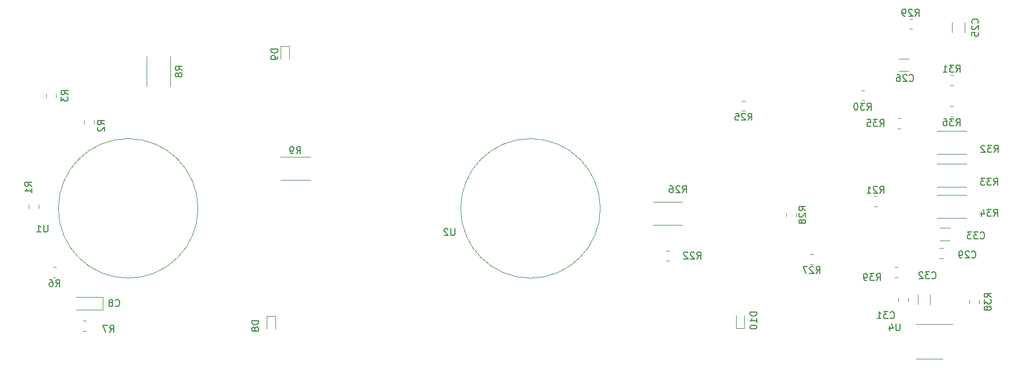
<source format=gbr>
%TF.GenerationSoftware,KiCad,Pcbnew,(5.1.10)-1*%
%TF.CreationDate,2021-11-22T13:13:25+01:00*%
%TF.ProjectId,Amplificatore,416d706c-6966-4696-9361-746f72652e6b,rev?*%
%TF.SameCoordinates,Original*%
%TF.FileFunction,Legend,Bot*%
%TF.FilePolarity,Positive*%
%FSLAX46Y46*%
G04 Gerber Fmt 4.6, Leading zero omitted, Abs format (unit mm)*
G04 Created by KiCad (PCBNEW (5.1.10)-1) date 2021-11-22 13:13:25*
%MOMM*%
%LPD*%
G01*
G04 APERTURE LIST*
%ADD10C,0.120000*%
%ADD11C,0.150000*%
G04 APERTURE END LIST*
D10*
%TO.C,R36*%
X199792936Y-52887000D02*
X200247064Y-52887000D01*
X199792936Y-54357000D02*
X200247064Y-54357000D01*
%TO.C,R31*%
X200247064Y-49785000D02*
X199792936Y-49785000D01*
X200247064Y-48315000D02*
X199792936Y-48315000D01*
%TO.C,R30*%
X186724936Y-50595000D02*
X187179064Y-50595000D01*
X186724936Y-52065000D02*
X187179064Y-52065000D01*
%TO.C,R29*%
X194217064Y-41565000D02*
X193762936Y-41565000D01*
X194217064Y-40095000D02*
X193762936Y-40095000D01*
%TO.C,R28*%
X175755000Y-69057064D02*
X175755000Y-68602936D01*
X177225000Y-69057064D02*
X177225000Y-68602936D01*
%TO.C,R27*%
X179262936Y-74595000D02*
X179717064Y-74595000D01*
X179262936Y-76065000D02*
X179717064Y-76065000D01*
%TO.C,R25*%
X169262936Y-52095000D02*
X169717064Y-52095000D01*
X169262936Y-53565000D02*
X169717064Y-53565000D01*
%TO.C,R21*%
X189071064Y-67565000D02*
X188616936Y-67565000D01*
X189071064Y-66095000D02*
X188616936Y-66095000D01*
%TO.C,R6*%
X68220936Y-76509000D02*
X68675064Y-76509000D01*
X68220936Y-77979000D02*
X68675064Y-77979000D01*
%TO.C,R39*%
X191664936Y-76509000D02*
X192119064Y-76509000D01*
X191664936Y-77979000D02*
X192119064Y-77979000D01*
%TO.C,R35*%
X192068936Y-56135000D02*
X192523064Y-56135000D01*
X192068936Y-54665000D02*
X192523064Y-54665000D01*
%TO.C,R22*%
X158174936Y-75565000D02*
X158629064Y-75565000D01*
X158174936Y-74095000D02*
X158629064Y-74095000D01*
%TO.C,R1*%
X64665000Y-67819064D02*
X64665000Y-67364936D01*
X66135000Y-67819064D02*
X66135000Y-67364936D01*
%TO.C,U2*%
X148479067Y-67880000D02*
G75*
G03*
X148479067Y-67880000I-10239067J0D01*
G01*
%TO.C,U1*%
X89479067Y-67880000D02*
G75*
G03*
X89479067Y-67880000I-10239067J0D01*
G01*
%TO.C,U4*%
X196718000Y-89964000D02*
X194768000Y-89964000D01*
X196718000Y-89964000D02*
X198668000Y-89964000D01*
X196718000Y-84844000D02*
X194768000Y-84844000D01*
X196718000Y-84844000D02*
X200168000Y-84844000D01*
%TO.C,R38*%
X202587000Y-81789064D02*
X202587000Y-81334936D01*
X204057000Y-81789064D02*
X204057000Y-81334936D01*
%TO.C,D10*%
X169590000Y-85480000D02*
X168390000Y-85480000D01*
X169590000Y-83630000D02*
X169590000Y-85480000D01*
X168390000Y-83630000D02*
X168390000Y-85480000D01*
%TO.C,D9*%
X102830000Y-45940000D02*
X102830000Y-44090000D01*
X101630000Y-45940000D02*
X101630000Y-44090000D01*
X101630000Y-44090000D02*
X102830000Y-44090000D01*
%TO.C,D8*%
X99598000Y-83714000D02*
X100798000Y-83714000D01*
X99598000Y-85564000D02*
X99598000Y-83714000D01*
X100798000Y-85564000D02*
X100798000Y-83714000D01*
%TO.C,C33*%
X199715252Y-72566000D02*
X198292748Y-72566000D01*
X199715252Y-70746000D02*
X198292748Y-70746000D01*
%TO.C,C32*%
X195046000Y-82019252D02*
X195046000Y-80596748D01*
X196866000Y-82019252D02*
X196866000Y-80596748D01*
%TO.C,C31*%
X193643000Y-81569252D02*
X193643000Y-81046748D01*
X192173000Y-81569252D02*
X192173000Y-81046748D01*
%TO.C,C29*%
X198757252Y-73715000D02*
X198234748Y-73715000D01*
X198757252Y-75185000D02*
X198234748Y-75185000D01*
%TO.C,C26*%
X192278748Y-45920000D02*
X193701252Y-45920000D01*
X192278748Y-47740000D02*
X193701252Y-47740000D01*
%TO.C,C25*%
X201900000Y-40618748D02*
X201900000Y-42041252D01*
X200080000Y-40618748D02*
X200080000Y-42041252D01*
%TO.C,R34*%
X197842936Y-69302000D02*
X202197064Y-69302000D01*
X197842936Y-65882000D02*
X202197064Y-65882000D01*
%TO.C,R33*%
X197842936Y-64730000D02*
X202197064Y-64730000D01*
X197842936Y-61310000D02*
X202197064Y-61310000D01*
%TO.C,R32*%
X197842936Y-59904000D02*
X202197064Y-59904000D01*
X197842936Y-56484000D02*
X202197064Y-56484000D01*
%TO.C,R26*%
X156186936Y-66898000D02*
X160541064Y-66898000D01*
X156186936Y-70318000D02*
X160541064Y-70318000D01*
%TO.C,R2*%
X72793000Y-55022436D02*
X72793000Y-55476564D01*
X74263000Y-55022436D02*
X74263000Y-55476564D01*
%TO.C,R9*%
X105931064Y-63714000D02*
X101576936Y-63714000D01*
X105931064Y-60294000D02*
X101576936Y-60294000D01*
%TO.C,R8*%
X85398000Y-45602936D02*
X85398000Y-49957064D01*
X81978000Y-45602936D02*
X81978000Y-49957064D01*
%TO.C,R7*%
X73096564Y-84383000D02*
X72642436Y-84383000D01*
X73096564Y-85853000D02*
X72642436Y-85853000D01*
%TO.C,C8*%
X71594000Y-80881000D02*
X75504000Y-80881000D01*
X75504000Y-80881000D02*
X75504000Y-82751000D01*
X75504000Y-82751000D02*
X71594000Y-82751000D01*
%TO.C,R3*%
X67205000Y-51563064D02*
X67205000Y-51108936D01*
X68675000Y-51563064D02*
X68675000Y-51108936D01*
%TO.C,R36*%
D11*
X200662857Y-55724380D02*
X200996190Y-55248190D01*
X201234285Y-55724380D02*
X201234285Y-54724380D01*
X200853333Y-54724380D01*
X200758095Y-54772000D01*
X200710476Y-54819619D01*
X200662857Y-54914857D01*
X200662857Y-55057714D01*
X200710476Y-55152952D01*
X200758095Y-55200571D01*
X200853333Y-55248190D01*
X201234285Y-55248190D01*
X200329523Y-54724380D02*
X199710476Y-54724380D01*
X200043809Y-55105333D01*
X199900952Y-55105333D01*
X199805714Y-55152952D01*
X199758095Y-55200571D01*
X199710476Y-55295809D01*
X199710476Y-55533904D01*
X199758095Y-55629142D01*
X199805714Y-55676761D01*
X199900952Y-55724380D01*
X200186666Y-55724380D01*
X200281904Y-55676761D01*
X200329523Y-55629142D01*
X198853333Y-54724380D02*
X199043809Y-54724380D01*
X199139047Y-54772000D01*
X199186666Y-54819619D01*
X199281904Y-54962476D01*
X199329523Y-55152952D01*
X199329523Y-55533904D01*
X199281904Y-55629142D01*
X199234285Y-55676761D01*
X199139047Y-55724380D01*
X198948571Y-55724380D01*
X198853333Y-55676761D01*
X198805714Y-55629142D01*
X198758095Y-55533904D01*
X198758095Y-55295809D01*
X198805714Y-55200571D01*
X198853333Y-55152952D01*
X198948571Y-55105333D01*
X199139047Y-55105333D01*
X199234285Y-55152952D01*
X199281904Y-55200571D01*
X199329523Y-55295809D01*
%TO.C,R31*%
X200662857Y-47852380D02*
X200996190Y-47376190D01*
X201234285Y-47852380D02*
X201234285Y-46852380D01*
X200853333Y-46852380D01*
X200758095Y-46900000D01*
X200710476Y-46947619D01*
X200662857Y-47042857D01*
X200662857Y-47185714D01*
X200710476Y-47280952D01*
X200758095Y-47328571D01*
X200853333Y-47376190D01*
X201234285Y-47376190D01*
X200329523Y-46852380D02*
X199710476Y-46852380D01*
X200043809Y-47233333D01*
X199900952Y-47233333D01*
X199805714Y-47280952D01*
X199758095Y-47328571D01*
X199710476Y-47423809D01*
X199710476Y-47661904D01*
X199758095Y-47757142D01*
X199805714Y-47804761D01*
X199900952Y-47852380D01*
X200186666Y-47852380D01*
X200281904Y-47804761D01*
X200329523Y-47757142D01*
X198758095Y-47852380D02*
X199329523Y-47852380D01*
X199043809Y-47852380D02*
X199043809Y-46852380D01*
X199139047Y-46995238D01*
X199234285Y-47090476D01*
X199329523Y-47138095D01*
%TO.C,R30*%
X187594857Y-53432380D02*
X187928190Y-52956190D01*
X188166285Y-53432380D02*
X188166285Y-52432380D01*
X187785333Y-52432380D01*
X187690095Y-52480000D01*
X187642476Y-52527619D01*
X187594857Y-52622857D01*
X187594857Y-52765714D01*
X187642476Y-52860952D01*
X187690095Y-52908571D01*
X187785333Y-52956190D01*
X188166285Y-52956190D01*
X187261523Y-52432380D02*
X186642476Y-52432380D01*
X186975809Y-52813333D01*
X186832952Y-52813333D01*
X186737714Y-52860952D01*
X186690095Y-52908571D01*
X186642476Y-53003809D01*
X186642476Y-53241904D01*
X186690095Y-53337142D01*
X186737714Y-53384761D01*
X186832952Y-53432380D01*
X187118666Y-53432380D01*
X187213904Y-53384761D01*
X187261523Y-53337142D01*
X186023428Y-52432380D02*
X185928190Y-52432380D01*
X185832952Y-52480000D01*
X185785333Y-52527619D01*
X185737714Y-52622857D01*
X185690095Y-52813333D01*
X185690095Y-53051428D01*
X185737714Y-53241904D01*
X185785333Y-53337142D01*
X185832952Y-53384761D01*
X185928190Y-53432380D01*
X186023428Y-53432380D01*
X186118666Y-53384761D01*
X186166285Y-53337142D01*
X186213904Y-53241904D01*
X186261523Y-53051428D01*
X186261523Y-52813333D01*
X186213904Y-52622857D01*
X186166285Y-52527619D01*
X186118666Y-52480000D01*
X186023428Y-52432380D01*
%TO.C,R29*%
X194632857Y-39632380D02*
X194966190Y-39156190D01*
X195204285Y-39632380D02*
X195204285Y-38632380D01*
X194823333Y-38632380D01*
X194728095Y-38680000D01*
X194680476Y-38727619D01*
X194632857Y-38822857D01*
X194632857Y-38965714D01*
X194680476Y-39060952D01*
X194728095Y-39108571D01*
X194823333Y-39156190D01*
X195204285Y-39156190D01*
X194251904Y-38727619D02*
X194204285Y-38680000D01*
X194109047Y-38632380D01*
X193870952Y-38632380D01*
X193775714Y-38680000D01*
X193728095Y-38727619D01*
X193680476Y-38822857D01*
X193680476Y-38918095D01*
X193728095Y-39060952D01*
X194299523Y-39632380D01*
X193680476Y-39632380D01*
X193204285Y-39632380D02*
X193013809Y-39632380D01*
X192918571Y-39584761D01*
X192870952Y-39537142D01*
X192775714Y-39394285D01*
X192728095Y-39203809D01*
X192728095Y-38822857D01*
X192775714Y-38727619D01*
X192823333Y-38680000D01*
X192918571Y-38632380D01*
X193109047Y-38632380D01*
X193204285Y-38680000D01*
X193251904Y-38727619D01*
X193299523Y-38822857D01*
X193299523Y-39060952D01*
X193251904Y-39156190D01*
X193204285Y-39203809D01*
X193109047Y-39251428D01*
X192918571Y-39251428D01*
X192823333Y-39203809D01*
X192775714Y-39156190D01*
X192728095Y-39060952D01*
%TO.C,R28*%
X178592380Y-68187142D02*
X178116190Y-67853809D01*
X178592380Y-67615714D02*
X177592380Y-67615714D01*
X177592380Y-67996666D01*
X177640000Y-68091904D01*
X177687619Y-68139523D01*
X177782857Y-68187142D01*
X177925714Y-68187142D01*
X178020952Y-68139523D01*
X178068571Y-68091904D01*
X178116190Y-67996666D01*
X178116190Y-67615714D01*
X177687619Y-68568095D02*
X177640000Y-68615714D01*
X177592380Y-68710952D01*
X177592380Y-68949047D01*
X177640000Y-69044285D01*
X177687619Y-69091904D01*
X177782857Y-69139523D01*
X177878095Y-69139523D01*
X178020952Y-69091904D01*
X178592380Y-68520476D01*
X178592380Y-69139523D01*
X178020952Y-69710952D02*
X177973333Y-69615714D01*
X177925714Y-69568095D01*
X177830476Y-69520476D01*
X177782857Y-69520476D01*
X177687619Y-69568095D01*
X177640000Y-69615714D01*
X177592380Y-69710952D01*
X177592380Y-69901428D01*
X177640000Y-69996666D01*
X177687619Y-70044285D01*
X177782857Y-70091904D01*
X177830476Y-70091904D01*
X177925714Y-70044285D01*
X177973333Y-69996666D01*
X178020952Y-69901428D01*
X178020952Y-69710952D01*
X178068571Y-69615714D01*
X178116190Y-69568095D01*
X178211428Y-69520476D01*
X178401904Y-69520476D01*
X178497142Y-69568095D01*
X178544761Y-69615714D01*
X178592380Y-69710952D01*
X178592380Y-69901428D01*
X178544761Y-69996666D01*
X178497142Y-70044285D01*
X178401904Y-70091904D01*
X178211428Y-70091904D01*
X178116190Y-70044285D01*
X178068571Y-69996666D01*
X178020952Y-69901428D01*
%TO.C,R27*%
X180132857Y-77432380D02*
X180466190Y-76956190D01*
X180704285Y-77432380D02*
X180704285Y-76432380D01*
X180323333Y-76432380D01*
X180228095Y-76480000D01*
X180180476Y-76527619D01*
X180132857Y-76622857D01*
X180132857Y-76765714D01*
X180180476Y-76860952D01*
X180228095Y-76908571D01*
X180323333Y-76956190D01*
X180704285Y-76956190D01*
X179751904Y-76527619D02*
X179704285Y-76480000D01*
X179609047Y-76432380D01*
X179370952Y-76432380D01*
X179275714Y-76480000D01*
X179228095Y-76527619D01*
X179180476Y-76622857D01*
X179180476Y-76718095D01*
X179228095Y-76860952D01*
X179799523Y-77432380D01*
X179180476Y-77432380D01*
X178847142Y-76432380D02*
X178180476Y-76432380D01*
X178609047Y-77432380D01*
%TO.C,R25*%
X170132857Y-54932380D02*
X170466190Y-54456190D01*
X170704285Y-54932380D02*
X170704285Y-53932380D01*
X170323333Y-53932380D01*
X170228095Y-53980000D01*
X170180476Y-54027619D01*
X170132857Y-54122857D01*
X170132857Y-54265714D01*
X170180476Y-54360952D01*
X170228095Y-54408571D01*
X170323333Y-54456190D01*
X170704285Y-54456190D01*
X169751904Y-54027619D02*
X169704285Y-53980000D01*
X169609047Y-53932380D01*
X169370952Y-53932380D01*
X169275714Y-53980000D01*
X169228095Y-54027619D01*
X169180476Y-54122857D01*
X169180476Y-54218095D01*
X169228095Y-54360952D01*
X169799523Y-54932380D01*
X169180476Y-54932380D01*
X168275714Y-53932380D02*
X168751904Y-53932380D01*
X168799523Y-54408571D01*
X168751904Y-54360952D01*
X168656666Y-54313333D01*
X168418571Y-54313333D01*
X168323333Y-54360952D01*
X168275714Y-54408571D01*
X168228095Y-54503809D01*
X168228095Y-54741904D01*
X168275714Y-54837142D01*
X168323333Y-54884761D01*
X168418571Y-54932380D01*
X168656666Y-54932380D01*
X168751904Y-54884761D01*
X168799523Y-54837142D01*
%TO.C,R21*%
X189486857Y-65632380D02*
X189820190Y-65156190D01*
X190058285Y-65632380D02*
X190058285Y-64632380D01*
X189677333Y-64632380D01*
X189582095Y-64680000D01*
X189534476Y-64727619D01*
X189486857Y-64822857D01*
X189486857Y-64965714D01*
X189534476Y-65060952D01*
X189582095Y-65108571D01*
X189677333Y-65156190D01*
X190058285Y-65156190D01*
X189105904Y-64727619D02*
X189058285Y-64680000D01*
X188963047Y-64632380D01*
X188724952Y-64632380D01*
X188629714Y-64680000D01*
X188582095Y-64727619D01*
X188534476Y-64822857D01*
X188534476Y-64918095D01*
X188582095Y-65060952D01*
X189153523Y-65632380D01*
X188534476Y-65632380D01*
X187582095Y-65632380D02*
X188153523Y-65632380D01*
X187867809Y-65632380D02*
X187867809Y-64632380D01*
X187963047Y-64775238D01*
X188058285Y-64870476D01*
X188153523Y-64918095D01*
%TO.C,R6*%
X68614666Y-79346380D02*
X68948000Y-78870190D01*
X69186095Y-79346380D02*
X69186095Y-78346380D01*
X68805142Y-78346380D01*
X68709904Y-78394000D01*
X68662285Y-78441619D01*
X68614666Y-78536857D01*
X68614666Y-78679714D01*
X68662285Y-78774952D01*
X68709904Y-78822571D01*
X68805142Y-78870190D01*
X69186095Y-78870190D01*
X67757523Y-78346380D02*
X67948000Y-78346380D01*
X68043238Y-78394000D01*
X68090857Y-78441619D01*
X68186095Y-78584476D01*
X68233714Y-78774952D01*
X68233714Y-79155904D01*
X68186095Y-79251142D01*
X68138476Y-79298761D01*
X68043238Y-79346380D01*
X67852761Y-79346380D01*
X67757523Y-79298761D01*
X67709904Y-79251142D01*
X67662285Y-79155904D01*
X67662285Y-78917809D01*
X67709904Y-78822571D01*
X67757523Y-78774952D01*
X67852761Y-78727333D01*
X68043238Y-78727333D01*
X68138476Y-78774952D01*
X68186095Y-78822571D01*
X68233714Y-78917809D01*
%TO.C,R39*%
X188978857Y-78458380D02*
X189312190Y-77982190D01*
X189550285Y-78458380D02*
X189550285Y-77458380D01*
X189169333Y-77458380D01*
X189074095Y-77506000D01*
X189026476Y-77553619D01*
X188978857Y-77648857D01*
X188978857Y-77791714D01*
X189026476Y-77886952D01*
X189074095Y-77934571D01*
X189169333Y-77982190D01*
X189550285Y-77982190D01*
X188645523Y-77458380D02*
X188026476Y-77458380D01*
X188359809Y-77839333D01*
X188216952Y-77839333D01*
X188121714Y-77886952D01*
X188074095Y-77934571D01*
X188026476Y-78029809D01*
X188026476Y-78267904D01*
X188074095Y-78363142D01*
X188121714Y-78410761D01*
X188216952Y-78458380D01*
X188502666Y-78458380D01*
X188597904Y-78410761D01*
X188645523Y-78363142D01*
X187550285Y-78458380D02*
X187359809Y-78458380D01*
X187264571Y-78410761D01*
X187216952Y-78363142D01*
X187121714Y-78220285D01*
X187074095Y-78029809D01*
X187074095Y-77648857D01*
X187121714Y-77553619D01*
X187169333Y-77506000D01*
X187264571Y-77458380D01*
X187455047Y-77458380D01*
X187550285Y-77506000D01*
X187597904Y-77553619D01*
X187645523Y-77648857D01*
X187645523Y-77886952D01*
X187597904Y-77982190D01*
X187550285Y-78029809D01*
X187455047Y-78077428D01*
X187264571Y-78077428D01*
X187169333Y-78029809D01*
X187121714Y-77982190D01*
X187074095Y-77886952D01*
%TO.C,R35*%
X189486357Y-55852380D02*
X189819690Y-55376190D01*
X190057785Y-55852380D02*
X190057785Y-54852380D01*
X189676833Y-54852380D01*
X189581595Y-54900000D01*
X189533976Y-54947619D01*
X189486357Y-55042857D01*
X189486357Y-55185714D01*
X189533976Y-55280952D01*
X189581595Y-55328571D01*
X189676833Y-55376190D01*
X190057785Y-55376190D01*
X189153023Y-54852380D02*
X188533976Y-54852380D01*
X188867309Y-55233333D01*
X188724452Y-55233333D01*
X188629214Y-55280952D01*
X188581595Y-55328571D01*
X188533976Y-55423809D01*
X188533976Y-55661904D01*
X188581595Y-55757142D01*
X188629214Y-55804761D01*
X188724452Y-55852380D01*
X189010166Y-55852380D01*
X189105404Y-55804761D01*
X189153023Y-55757142D01*
X187629214Y-54852380D02*
X188105404Y-54852380D01*
X188153023Y-55328571D01*
X188105404Y-55280952D01*
X188010166Y-55233333D01*
X187772071Y-55233333D01*
X187676833Y-55280952D01*
X187629214Y-55328571D01*
X187581595Y-55423809D01*
X187581595Y-55661904D01*
X187629214Y-55757142D01*
X187676833Y-55804761D01*
X187772071Y-55852380D01*
X188010166Y-55852380D01*
X188105404Y-55804761D01*
X188153023Y-55757142D01*
%TO.C,R22*%
X162632357Y-75282380D02*
X162965690Y-74806190D01*
X163203785Y-75282380D02*
X163203785Y-74282380D01*
X162822833Y-74282380D01*
X162727595Y-74330000D01*
X162679976Y-74377619D01*
X162632357Y-74472857D01*
X162632357Y-74615714D01*
X162679976Y-74710952D01*
X162727595Y-74758571D01*
X162822833Y-74806190D01*
X163203785Y-74806190D01*
X162251404Y-74377619D02*
X162203785Y-74330000D01*
X162108547Y-74282380D01*
X161870452Y-74282380D01*
X161775214Y-74330000D01*
X161727595Y-74377619D01*
X161679976Y-74472857D01*
X161679976Y-74568095D01*
X161727595Y-74710952D01*
X162299023Y-75282380D01*
X161679976Y-75282380D01*
X161299023Y-74377619D02*
X161251404Y-74330000D01*
X161156166Y-74282380D01*
X160918071Y-74282380D01*
X160822833Y-74330000D01*
X160775214Y-74377619D01*
X160727595Y-74472857D01*
X160727595Y-74568095D01*
X160775214Y-74710952D01*
X161346642Y-75282380D01*
X160727595Y-75282380D01*
%TO.C,R1*%
X65090380Y-64631333D02*
X64614190Y-64298000D01*
X65090380Y-64059904D02*
X64090380Y-64059904D01*
X64090380Y-64440857D01*
X64138000Y-64536095D01*
X64185619Y-64583714D01*
X64280857Y-64631333D01*
X64423714Y-64631333D01*
X64518952Y-64583714D01*
X64566571Y-64536095D01*
X64614190Y-64440857D01*
X64614190Y-64059904D01*
X65090380Y-65583714D02*
X65090380Y-65012285D01*
X65090380Y-65298000D02*
X64090380Y-65298000D01*
X64233238Y-65202761D01*
X64328476Y-65107523D01*
X64376095Y-65012285D01*
%TO.C,U2*%
X127121904Y-70854380D02*
X127121904Y-71663904D01*
X127074285Y-71759142D01*
X127026666Y-71806761D01*
X126931428Y-71854380D01*
X126740952Y-71854380D01*
X126645714Y-71806761D01*
X126598095Y-71759142D01*
X126550476Y-71663904D01*
X126550476Y-70854380D01*
X126121904Y-70949619D02*
X126074285Y-70902000D01*
X125979047Y-70854380D01*
X125740952Y-70854380D01*
X125645714Y-70902000D01*
X125598095Y-70949619D01*
X125550476Y-71044857D01*
X125550476Y-71140095D01*
X125598095Y-71282952D01*
X126169523Y-71854380D01*
X125550476Y-71854380D01*
%TO.C,U1*%
X67431904Y-70346380D02*
X67431904Y-71155904D01*
X67384285Y-71251142D01*
X67336666Y-71298761D01*
X67241428Y-71346380D01*
X67050952Y-71346380D01*
X66955714Y-71298761D01*
X66908095Y-71251142D01*
X66860476Y-71155904D01*
X66860476Y-70346380D01*
X65860476Y-71346380D02*
X66431904Y-71346380D01*
X66146190Y-71346380D02*
X66146190Y-70346380D01*
X66241428Y-70489238D01*
X66336666Y-70584476D01*
X66431904Y-70632095D01*
%TO.C,U4*%
X192399904Y-84824380D02*
X192399904Y-85633904D01*
X192352285Y-85729142D01*
X192304666Y-85776761D01*
X192209428Y-85824380D01*
X192018952Y-85824380D01*
X191923714Y-85776761D01*
X191876095Y-85729142D01*
X191828476Y-85633904D01*
X191828476Y-84824380D01*
X190923714Y-85157714D02*
X190923714Y-85824380D01*
X191161809Y-84776761D02*
X191399904Y-85491047D01*
X190780857Y-85491047D01*
%TO.C,R38*%
X205774380Y-80919142D02*
X205298190Y-80585809D01*
X205774380Y-80347714D02*
X204774380Y-80347714D01*
X204774380Y-80728666D01*
X204822000Y-80823904D01*
X204869619Y-80871523D01*
X204964857Y-80919142D01*
X205107714Y-80919142D01*
X205202952Y-80871523D01*
X205250571Y-80823904D01*
X205298190Y-80728666D01*
X205298190Y-80347714D01*
X204774380Y-81252476D02*
X204774380Y-81871523D01*
X205155333Y-81538190D01*
X205155333Y-81681047D01*
X205202952Y-81776285D01*
X205250571Y-81823904D01*
X205345809Y-81871523D01*
X205583904Y-81871523D01*
X205679142Y-81823904D01*
X205726761Y-81776285D01*
X205774380Y-81681047D01*
X205774380Y-81395333D01*
X205726761Y-81300095D01*
X205679142Y-81252476D01*
X205202952Y-82442952D02*
X205155333Y-82347714D01*
X205107714Y-82300095D01*
X205012476Y-82252476D01*
X204964857Y-82252476D01*
X204869619Y-82300095D01*
X204822000Y-82347714D01*
X204774380Y-82442952D01*
X204774380Y-82633428D01*
X204822000Y-82728666D01*
X204869619Y-82776285D01*
X204964857Y-82823904D01*
X205012476Y-82823904D01*
X205107714Y-82776285D01*
X205155333Y-82728666D01*
X205202952Y-82633428D01*
X205202952Y-82442952D01*
X205250571Y-82347714D01*
X205298190Y-82300095D01*
X205393428Y-82252476D01*
X205583904Y-82252476D01*
X205679142Y-82300095D01*
X205726761Y-82347714D01*
X205774380Y-82442952D01*
X205774380Y-82633428D01*
X205726761Y-82728666D01*
X205679142Y-82776285D01*
X205583904Y-82823904D01*
X205393428Y-82823904D01*
X205298190Y-82776285D01*
X205250571Y-82728666D01*
X205202952Y-82633428D01*
%TO.C,D10*%
X171442380Y-83115714D02*
X170442380Y-83115714D01*
X170442380Y-83353809D01*
X170490000Y-83496666D01*
X170585238Y-83591904D01*
X170680476Y-83639523D01*
X170870952Y-83687142D01*
X171013809Y-83687142D01*
X171204285Y-83639523D01*
X171299523Y-83591904D01*
X171394761Y-83496666D01*
X171442380Y-83353809D01*
X171442380Y-83115714D01*
X171442380Y-84639523D02*
X171442380Y-84068095D01*
X171442380Y-84353809D02*
X170442380Y-84353809D01*
X170585238Y-84258571D01*
X170680476Y-84163333D01*
X170728095Y-84068095D01*
X170442380Y-85258571D02*
X170442380Y-85353809D01*
X170490000Y-85449047D01*
X170537619Y-85496666D01*
X170632857Y-85544285D01*
X170823333Y-85591904D01*
X171061428Y-85591904D01*
X171251904Y-85544285D01*
X171347142Y-85496666D01*
X171394761Y-85449047D01*
X171442380Y-85353809D01*
X171442380Y-85258571D01*
X171394761Y-85163333D01*
X171347142Y-85115714D01*
X171251904Y-85068095D01*
X171061428Y-85020476D01*
X170823333Y-85020476D01*
X170632857Y-85068095D01*
X170537619Y-85115714D01*
X170490000Y-85163333D01*
X170442380Y-85258571D01*
%TO.C,D9*%
X101182380Y-44501904D02*
X100182380Y-44501904D01*
X100182380Y-44740000D01*
X100230000Y-44882857D01*
X100325238Y-44978095D01*
X100420476Y-45025714D01*
X100610952Y-45073333D01*
X100753809Y-45073333D01*
X100944285Y-45025714D01*
X101039523Y-44978095D01*
X101134761Y-44882857D01*
X101182380Y-44740000D01*
X101182380Y-44501904D01*
X101182380Y-45549523D02*
X101182380Y-45740000D01*
X101134761Y-45835238D01*
X101087142Y-45882857D01*
X100944285Y-45978095D01*
X100753809Y-46025714D01*
X100372857Y-46025714D01*
X100277619Y-45978095D01*
X100230000Y-45930476D01*
X100182380Y-45835238D01*
X100182380Y-45644761D01*
X100230000Y-45549523D01*
X100277619Y-45501904D01*
X100372857Y-45454285D01*
X100610952Y-45454285D01*
X100706190Y-45501904D01*
X100753809Y-45549523D01*
X100801428Y-45644761D01*
X100801428Y-45835238D01*
X100753809Y-45930476D01*
X100706190Y-45978095D01*
X100610952Y-46025714D01*
%TO.C,D8*%
X98364380Y-84379904D02*
X97364380Y-84379904D01*
X97364380Y-84618000D01*
X97412000Y-84760857D01*
X97507238Y-84856095D01*
X97602476Y-84903714D01*
X97792952Y-84951333D01*
X97935809Y-84951333D01*
X98126285Y-84903714D01*
X98221523Y-84856095D01*
X98316761Y-84760857D01*
X98364380Y-84618000D01*
X98364380Y-84379904D01*
X97792952Y-85522761D02*
X97745333Y-85427523D01*
X97697714Y-85379904D01*
X97602476Y-85332285D01*
X97554857Y-85332285D01*
X97459619Y-85379904D01*
X97412000Y-85427523D01*
X97364380Y-85522761D01*
X97364380Y-85713238D01*
X97412000Y-85808476D01*
X97459619Y-85856095D01*
X97554857Y-85903714D01*
X97602476Y-85903714D01*
X97697714Y-85856095D01*
X97745333Y-85808476D01*
X97792952Y-85713238D01*
X97792952Y-85522761D01*
X97840571Y-85427523D01*
X97888190Y-85379904D01*
X97983428Y-85332285D01*
X98173904Y-85332285D01*
X98269142Y-85379904D01*
X98316761Y-85427523D01*
X98364380Y-85522761D01*
X98364380Y-85713238D01*
X98316761Y-85808476D01*
X98269142Y-85856095D01*
X98173904Y-85903714D01*
X97983428Y-85903714D01*
X97888190Y-85856095D01*
X97840571Y-85808476D01*
X97792952Y-85713238D01*
%TO.C,C33*%
X204218857Y-72267142D02*
X204266476Y-72314761D01*
X204409333Y-72362380D01*
X204504571Y-72362380D01*
X204647428Y-72314761D01*
X204742666Y-72219523D01*
X204790285Y-72124285D01*
X204837904Y-71933809D01*
X204837904Y-71790952D01*
X204790285Y-71600476D01*
X204742666Y-71505238D01*
X204647428Y-71410000D01*
X204504571Y-71362380D01*
X204409333Y-71362380D01*
X204266476Y-71410000D01*
X204218857Y-71457619D01*
X203885523Y-71362380D02*
X203266476Y-71362380D01*
X203599809Y-71743333D01*
X203456952Y-71743333D01*
X203361714Y-71790952D01*
X203314095Y-71838571D01*
X203266476Y-71933809D01*
X203266476Y-72171904D01*
X203314095Y-72267142D01*
X203361714Y-72314761D01*
X203456952Y-72362380D01*
X203742666Y-72362380D01*
X203837904Y-72314761D01*
X203885523Y-72267142D01*
X202933142Y-71362380D02*
X202314095Y-71362380D01*
X202647428Y-71743333D01*
X202504571Y-71743333D01*
X202409333Y-71790952D01*
X202361714Y-71838571D01*
X202314095Y-71933809D01*
X202314095Y-72171904D01*
X202361714Y-72267142D01*
X202409333Y-72314761D01*
X202504571Y-72362380D01*
X202790285Y-72362380D01*
X202885523Y-72314761D01*
X202933142Y-72267142D01*
%TO.C,C32*%
X197106857Y-78109142D02*
X197154476Y-78156761D01*
X197297333Y-78204380D01*
X197392571Y-78204380D01*
X197535428Y-78156761D01*
X197630666Y-78061523D01*
X197678285Y-77966285D01*
X197725904Y-77775809D01*
X197725904Y-77632952D01*
X197678285Y-77442476D01*
X197630666Y-77347238D01*
X197535428Y-77252000D01*
X197392571Y-77204380D01*
X197297333Y-77204380D01*
X197154476Y-77252000D01*
X197106857Y-77299619D01*
X196773523Y-77204380D02*
X196154476Y-77204380D01*
X196487809Y-77585333D01*
X196344952Y-77585333D01*
X196249714Y-77632952D01*
X196202095Y-77680571D01*
X196154476Y-77775809D01*
X196154476Y-78013904D01*
X196202095Y-78109142D01*
X196249714Y-78156761D01*
X196344952Y-78204380D01*
X196630666Y-78204380D01*
X196725904Y-78156761D01*
X196773523Y-78109142D01*
X195773523Y-77299619D02*
X195725904Y-77252000D01*
X195630666Y-77204380D01*
X195392571Y-77204380D01*
X195297333Y-77252000D01*
X195249714Y-77299619D01*
X195202095Y-77394857D01*
X195202095Y-77490095D01*
X195249714Y-77632952D01*
X195821142Y-78204380D01*
X195202095Y-78204380D01*
%TO.C,C31*%
X191010857Y-83951142D02*
X191058476Y-83998761D01*
X191201333Y-84046380D01*
X191296571Y-84046380D01*
X191439428Y-83998761D01*
X191534666Y-83903523D01*
X191582285Y-83808285D01*
X191629904Y-83617809D01*
X191629904Y-83474952D01*
X191582285Y-83284476D01*
X191534666Y-83189238D01*
X191439428Y-83094000D01*
X191296571Y-83046380D01*
X191201333Y-83046380D01*
X191058476Y-83094000D01*
X191010857Y-83141619D01*
X190677523Y-83046380D02*
X190058476Y-83046380D01*
X190391809Y-83427333D01*
X190248952Y-83427333D01*
X190153714Y-83474952D01*
X190106095Y-83522571D01*
X190058476Y-83617809D01*
X190058476Y-83855904D01*
X190106095Y-83951142D01*
X190153714Y-83998761D01*
X190248952Y-84046380D01*
X190534666Y-84046380D01*
X190629904Y-83998761D01*
X190677523Y-83951142D01*
X189106095Y-84046380D02*
X189677523Y-84046380D01*
X189391809Y-84046380D02*
X189391809Y-83046380D01*
X189487047Y-83189238D01*
X189582285Y-83284476D01*
X189677523Y-83332095D01*
%TO.C,C29*%
X202948857Y-75061142D02*
X202996476Y-75108761D01*
X203139333Y-75156380D01*
X203234571Y-75156380D01*
X203377428Y-75108761D01*
X203472666Y-75013523D01*
X203520285Y-74918285D01*
X203567904Y-74727809D01*
X203567904Y-74584952D01*
X203520285Y-74394476D01*
X203472666Y-74299238D01*
X203377428Y-74204000D01*
X203234571Y-74156380D01*
X203139333Y-74156380D01*
X202996476Y-74204000D01*
X202948857Y-74251619D01*
X202567904Y-74251619D02*
X202520285Y-74204000D01*
X202425047Y-74156380D01*
X202186952Y-74156380D01*
X202091714Y-74204000D01*
X202044095Y-74251619D01*
X201996476Y-74346857D01*
X201996476Y-74442095D01*
X202044095Y-74584952D01*
X202615523Y-75156380D01*
X201996476Y-75156380D01*
X201520285Y-75156380D02*
X201329809Y-75156380D01*
X201234571Y-75108761D01*
X201186952Y-75061142D01*
X201091714Y-74918285D01*
X201044095Y-74727809D01*
X201044095Y-74346857D01*
X201091714Y-74251619D01*
X201139333Y-74204000D01*
X201234571Y-74156380D01*
X201425047Y-74156380D01*
X201520285Y-74204000D01*
X201567904Y-74251619D01*
X201615523Y-74346857D01*
X201615523Y-74584952D01*
X201567904Y-74680190D01*
X201520285Y-74727809D01*
X201425047Y-74775428D01*
X201234571Y-74775428D01*
X201139333Y-74727809D01*
X201091714Y-74680190D01*
X201044095Y-74584952D01*
%TO.C,C26*%
X193804857Y-49153142D02*
X193852476Y-49200761D01*
X193995333Y-49248380D01*
X194090571Y-49248380D01*
X194233428Y-49200761D01*
X194328666Y-49105523D01*
X194376285Y-49010285D01*
X194423904Y-48819809D01*
X194423904Y-48676952D01*
X194376285Y-48486476D01*
X194328666Y-48391238D01*
X194233428Y-48296000D01*
X194090571Y-48248380D01*
X193995333Y-48248380D01*
X193852476Y-48296000D01*
X193804857Y-48343619D01*
X193423904Y-48343619D02*
X193376285Y-48296000D01*
X193281047Y-48248380D01*
X193042952Y-48248380D01*
X192947714Y-48296000D01*
X192900095Y-48343619D01*
X192852476Y-48438857D01*
X192852476Y-48534095D01*
X192900095Y-48676952D01*
X193471523Y-49248380D01*
X192852476Y-49248380D01*
X191995333Y-48248380D02*
X192185809Y-48248380D01*
X192281047Y-48296000D01*
X192328666Y-48343619D01*
X192423904Y-48486476D01*
X192471523Y-48676952D01*
X192471523Y-49057904D01*
X192423904Y-49153142D01*
X192376285Y-49200761D01*
X192281047Y-49248380D01*
X192090571Y-49248380D01*
X191995333Y-49200761D01*
X191947714Y-49153142D01*
X191900095Y-49057904D01*
X191900095Y-48819809D01*
X191947714Y-48724571D01*
X191995333Y-48676952D01*
X192090571Y-48629333D01*
X192281047Y-48629333D01*
X192376285Y-48676952D01*
X192423904Y-48724571D01*
X192471523Y-48819809D01*
%TO.C,C25*%
X203847142Y-40687142D02*
X203894761Y-40639523D01*
X203942380Y-40496666D01*
X203942380Y-40401428D01*
X203894761Y-40258571D01*
X203799523Y-40163333D01*
X203704285Y-40115714D01*
X203513809Y-40068095D01*
X203370952Y-40068095D01*
X203180476Y-40115714D01*
X203085238Y-40163333D01*
X202990000Y-40258571D01*
X202942380Y-40401428D01*
X202942380Y-40496666D01*
X202990000Y-40639523D01*
X203037619Y-40687142D01*
X203037619Y-41068095D02*
X202990000Y-41115714D01*
X202942380Y-41210952D01*
X202942380Y-41449047D01*
X202990000Y-41544285D01*
X203037619Y-41591904D01*
X203132857Y-41639523D01*
X203228095Y-41639523D01*
X203370952Y-41591904D01*
X203942380Y-41020476D01*
X203942380Y-41639523D01*
X202942380Y-42544285D02*
X202942380Y-42068095D01*
X203418571Y-42020476D01*
X203370952Y-42068095D01*
X203323333Y-42163333D01*
X203323333Y-42401428D01*
X203370952Y-42496666D01*
X203418571Y-42544285D01*
X203513809Y-42591904D01*
X203751904Y-42591904D01*
X203847142Y-42544285D01*
X203894761Y-42496666D01*
X203942380Y-42401428D01*
X203942380Y-42163333D01*
X203894761Y-42068095D01*
X203847142Y-42020476D01*
%TO.C,R34*%
X206162857Y-69044380D02*
X206496190Y-68568190D01*
X206734285Y-69044380D02*
X206734285Y-68044380D01*
X206353333Y-68044380D01*
X206258095Y-68092000D01*
X206210476Y-68139619D01*
X206162857Y-68234857D01*
X206162857Y-68377714D01*
X206210476Y-68472952D01*
X206258095Y-68520571D01*
X206353333Y-68568190D01*
X206734285Y-68568190D01*
X205829523Y-68044380D02*
X205210476Y-68044380D01*
X205543809Y-68425333D01*
X205400952Y-68425333D01*
X205305714Y-68472952D01*
X205258095Y-68520571D01*
X205210476Y-68615809D01*
X205210476Y-68853904D01*
X205258095Y-68949142D01*
X205305714Y-68996761D01*
X205400952Y-69044380D01*
X205686666Y-69044380D01*
X205781904Y-68996761D01*
X205829523Y-68949142D01*
X204353333Y-68377714D02*
X204353333Y-69044380D01*
X204591428Y-67996761D02*
X204829523Y-68711047D01*
X204210476Y-68711047D01*
%TO.C,R33*%
X206162857Y-64472380D02*
X206496190Y-63996190D01*
X206734285Y-64472380D02*
X206734285Y-63472380D01*
X206353333Y-63472380D01*
X206258095Y-63520000D01*
X206210476Y-63567619D01*
X206162857Y-63662857D01*
X206162857Y-63805714D01*
X206210476Y-63900952D01*
X206258095Y-63948571D01*
X206353333Y-63996190D01*
X206734285Y-63996190D01*
X205829523Y-63472380D02*
X205210476Y-63472380D01*
X205543809Y-63853333D01*
X205400952Y-63853333D01*
X205305714Y-63900952D01*
X205258095Y-63948571D01*
X205210476Y-64043809D01*
X205210476Y-64281904D01*
X205258095Y-64377142D01*
X205305714Y-64424761D01*
X205400952Y-64472380D01*
X205686666Y-64472380D01*
X205781904Y-64424761D01*
X205829523Y-64377142D01*
X204877142Y-63472380D02*
X204258095Y-63472380D01*
X204591428Y-63853333D01*
X204448571Y-63853333D01*
X204353333Y-63900952D01*
X204305714Y-63948571D01*
X204258095Y-64043809D01*
X204258095Y-64281904D01*
X204305714Y-64377142D01*
X204353333Y-64424761D01*
X204448571Y-64472380D01*
X204734285Y-64472380D01*
X204829523Y-64424761D01*
X204877142Y-64377142D01*
%TO.C,R32*%
X206232857Y-59646380D02*
X206566190Y-59170190D01*
X206804285Y-59646380D02*
X206804285Y-58646380D01*
X206423333Y-58646380D01*
X206328095Y-58694000D01*
X206280476Y-58741619D01*
X206232857Y-58836857D01*
X206232857Y-58979714D01*
X206280476Y-59074952D01*
X206328095Y-59122571D01*
X206423333Y-59170190D01*
X206804285Y-59170190D01*
X205899523Y-58646380D02*
X205280476Y-58646380D01*
X205613809Y-59027333D01*
X205470952Y-59027333D01*
X205375714Y-59074952D01*
X205328095Y-59122571D01*
X205280476Y-59217809D01*
X205280476Y-59455904D01*
X205328095Y-59551142D01*
X205375714Y-59598761D01*
X205470952Y-59646380D01*
X205756666Y-59646380D01*
X205851904Y-59598761D01*
X205899523Y-59551142D01*
X204899523Y-58741619D02*
X204851904Y-58694000D01*
X204756666Y-58646380D01*
X204518571Y-58646380D01*
X204423333Y-58694000D01*
X204375714Y-58741619D01*
X204328095Y-58836857D01*
X204328095Y-58932095D01*
X204375714Y-59074952D01*
X204947142Y-59646380D01*
X204328095Y-59646380D01*
%TO.C,R26*%
X160506857Y-65560380D02*
X160840190Y-65084190D01*
X161078285Y-65560380D02*
X161078285Y-64560380D01*
X160697333Y-64560380D01*
X160602095Y-64608000D01*
X160554476Y-64655619D01*
X160506857Y-64750857D01*
X160506857Y-64893714D01*
X160554476Y-64988952D01*
X160602095Y-65036571D01*
X160697333Y-65084190D01*
X161078285Y-65084190D01*
X160125904Y-64655619D02*
X160078285Y-64608000D01*
X159983047Y-64560380D01*
X159744952Y-64560380D01*
X159649714Y-64608000D01*
X159602095Y-64655619D01*
X159554476Y-64750857D01*
X159554476Y-64846095D01*
X159602095Y-64988952D01*
X160173523Y-65560380D01*
X159554476Y-65560380D01*
X158697333Y-64560380D02*
X158887809Y-64560380D01*
X158983047Y-64608000D01*
X159030666Y-64655619D01*
X159125904Y-64798476D01*
X159173523Y-64988952D01*
X159173523Y-65369904D01*
X159125904Y-65465142D01*
X159078285Y-65512761D01*
X158983047Y-65560380D01*
X158792571Y-65560380D01*
X158697333Y-65512761D01*
X158649714Y-65465142D01*
X158602095Y-65369904D01*
X158602095Y-65131809D01*
X158649714Y-65036571D01*
X158697333Y-64988952D01*
X158792571Y-64941333D01*
X158983047Y-64941333D01*
X159078285Y-64988952D01*
X159125904Y-65036571D01*
X159173523Y-65131809D01*
%TO.C,R2*%
X75758380Y-55590833D02*
X75282190Y-55257500D01*
X75758380Y-55019404D02*
X74758380Y-55019404D01*
X74758380Y-55400357D01*
X74806000Y-55495595D01*
X74853619Y-55543214D01*
X74948857Y-55590833D01*
X75091714Y-55590833D01*
X75186952Y-55543214D01*
X75234571Y-55495595D01*
X75282190Y-55400357D01*
X75282190Y-55019404D01*
X74853619Y-55971785D02*
X74806000Y-56019404D01*
X74758380Y-56114642D01*
X74758380Y-56352738D01*
X74806000Y-56447976D01*
X74853619Y-56495595D01*
X74948857Y-56543214D01*
X75044095Y-56543214D01*
X75186952Y-56495595D01*
X75758380Y-55924166D01*
X75758380Y-56543214D01*
%TO.C,R9*%
X103920666Y-59836380D02*
X104254000Y-59360190D01*
X104492095Y-59836380D02*
X104492095Y-58836380D01*
X104111142Y-58836380D01*
X104015904Y-58884000D01*
X103968285Y-58931619D01*
X103920666Y-59026857D01*
X103920666Y-59169714D01*
X103968285Y-59264952D01*
X104015904Y-59312571D01*
X104111142Y-59360190D01*
X104492095Y-59360190D01*
X103444476Y-59836380D02*
X103254000Y-59836380D01*
X103158761Y-59788761D01*
X103111142Y-59741142D01*
X103015904Y-59598285D01*
X102968285Y-59407809D01*
X102968285Y-59026857D01*
X103015904Y-58931619D01*
X103063523Y-58884000D01*
X103158761Y-58836380D01*
X103349238Y-58836380D01*
X103444476Y-58884000D01*
X103492095Y-58931619D01*
X103539714Y-59026857D01*
X103539714Y-59264952D01*
X103492095Y-59360190D01*
X103444476Y-59407809D01*
X103349238Y-59455428D01*
X103158761Y-59455428D01*
X103063523Y-59407809D01*
X103015904Y-59360190D01*
X102968285Y-59264952D01*
%TO.C,R8*%
X87140380Y-47613333D02*
X86664190Y-47280000D01*
X87140380Y-47041904D02*
X86140380Y-47041904D01*
X86140380Y-47422857D01*
X86188000Y-47518095D01*
X86235619Y-47565714D01*
X86330857Y-47613333D01*
X86473714Y-47613333D01*
X86568952Y-47565714D01*
X86616571Y-47518095D01*
X86664190Y-47422857D01*
X86664190Y-47041904D01*
X86568952Y-48184761D02*
X86521333Y-48089523D01*
X86473714Y-48041904D01*
X86378476Y-47994285D01*
X86330857Y-47994285D01*
X86235619Y-48041904D01*
X86188000Y-48089523D01*
X86140380Y-48184761D01*
X86140380Y-48375238D01*
X86188000Y-48470476D01*
X86235619Y-48518095D01*
X86330857Y-48565714D01*
X86378476Y-48565714D01*
X86473714Y-48518095D01*
X86521333Y-48470476D01*
X86568952Y-48375238D01*
X86568952Y-48184761D01*
X86616571Y-48089523D01*
X86664190Y-48041904D01*
X86759428Y-47994285D01*
X86949904Y-47994285D01*
X87045142Y-48041904D01*
X87092761Y-48089523D01*
X87140380Y-48184761D01*
X87140380Y-48375238D01*
X87092761Y-48470476D01*
X87045142Y-48518095D01*
X86949904Y-48565714D01*
X86759428Y-48565714D01*
X86664190Y-48518095D01*
X86616571Y-48470476D01*
X86568952Y-48375238D01*
%TO.C,R7*%
X76536166Y-86070380D02*
X76869500Y-85594190D01*
X77107595Y-86070380D02*
X77107595Y-85070380D01*
X76726642Y-85070380D01*
X76631404Y-85118000D01*
X76583785Y-85165619D01*
X76536166Y-85260857D01*
X76536166Y-85403714D01*
X76583785Y-85498952D01*
X76631404Y-85546571D01*
X76726642Y-85594190D01*
X77107595Y-85594190D01*
X76202833Y-85070380D02*
X75536166Y-85070380D01*
X75964738Y-86070380D01*
%TO.C,C8*%
X77360666Y-82173142D02*
X77408285Y-82220761D01*
X77551142Y-82268380D01*
X77646380Y-82268380D01*
X77789238Y-82220761D01*
X77884476Y-82125523D01*
X77932095Y-82030285D01*
X77979714Y-81839809D01*
X77979714Y-81696952D01*
X77932095Y-81506476D01*
X77884476Y-81411238D01*
X77789238Y-81316000D01*
X77646380Y-81268380D01*
X77551142Y-81268380D01*
X77408285Y-81316000D01*
X77360666Y-81363619D01*
X76789238Y-81696952D02*
X76884476Y-81649333D01*
X76932095Y-81601714D01*
X76979714Y-81506476D01*
X76979714Y-81458857D01*
X76932095Y-81363619D01*
X76884476Y-81316000D01*
X76789238Y-81268380D01*
X76598761Y-81268380D01*
X76503523Y-81316000D01*
X76455904Y-81363619D01*
X76408285Y-81458857D01*
X76408285Y-81506476D01*
X76455904Y-81601714D01*
X76503523Y-81649333D01*
X76598761Y-81696952D01*
X76789238Y-81696952D01*
X76884476Y-81744571D01*
X76932095Y-81792190D01*
X76979714Y-81887428D01*
X76979714Y-82077904D01*
X76932095Y-82173142D01*
X76884476Y-82220761D01*
X76789238Y-82268380D01*
X76598761Y-82268380D01*
X76503523Y-82220761D01*
X76455904Y-82173142D01*
X76408285Y-82077904D01*
X76408285Y-81887428D01*
X76455904Y-81792190D01*
X76503523Y-81744571D01*
X76598761Y-81696952D01*
%TO.C,R3*%
X70392380Y-51169333D02*
X69916190Y-50836000D01*
X70392380Y-50597904D02*
X69392380Y-50597904D01*
X69392380Y-50978857D01*
X69440000Y-51074095D01*
X69487619Y-51121714D01*
X69582857Y-51169333D01*
X69725714Y-51169333D01*
X69820952Y-51121714D01*
X69868571Y-51074095D01*
X69916190Y-50978857D01*
X69916190Y-50597904D01*
X69392380Y-51502666D02*
X69392380Y-52121714D01*
X69773333Y-51788380D01*
X69773333Y-51931238D01*
X69820952Y-52026476D01*
X69868571Y-52074095D01*
X69963809Y-52121714D01*
X70201904Y-52121714D01*
X70297142Y-52074095D01*
X70344761Y-52026476D01*
X70392380Y-51931238D01*
X70392380Y-51645523D01*
X70344761Y-51550285D01*
X70297142Y-51502666D01*
%TD*%
M02*

</source>
